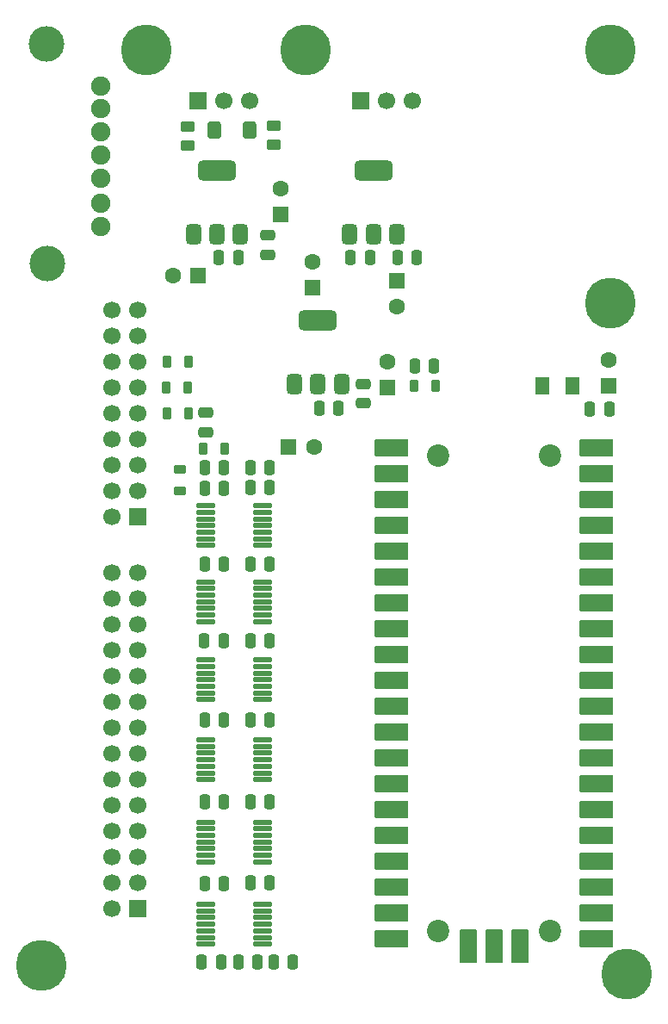
<source format=gbr>
%TF.GenerationSoftware,KiCad,Pcbnew,9.0.5*%
%TF.CreationDate,2025-10-18T12:32:36+02:00*%
%TF.ProjectId,LogicAnalyzer V6.0,4c6f6769-6341-46e6-916c-797a65722056,rev?*%
%TF.SameCoordinates,Original*%
%TF.FileFunction,Soldermask,Top*%
%TF.FilePolarity,Negative*%
%FSLAX46Y46*%
G04 Gerber Fmt 4.6, Leading zero omitted, Abs format (unit mm)*
G04 Created by KiCad (PCBNEW 9.0.5) date 2025-10-18 12:32:36*
%MOMM*%
%LPD*%
G01*
G04 APERTURE LIST*
G04 Aperture macros list*
%AMRoundRect*
0 Rectangle with rounded corners*
0 $1 Rounding radius*
0 $2 $3 $4 $5 $6 $7 $8 $9 X,Y pos of 4 corners*
0 Add a 4 corners polygon primitive as box body*
4,1,4,$2,$3,$4,$5,$6,$7,$8,$9,$2,$3,0*
0 Add four circle primitives for the rounded corners*
1,1,$1+$1,$2,$3*
1,1,$1+$1,$4,$5*
1,1,$1+$1,$6,$7*
1,1,$1+$1,$8,$9*
0 Add four rect primitives between the rounded corners*
20,1,$1+$1,$2,$3,$4,$5,0*
20,1,$1+$1,$4,$5,$6,$7,0*
20,1,$1+$1,$6,$7,$8,$9,0*
20,1,$1+$1,$8,$9,$2,$3,0*%
G04 Aperture macros list end*
%ADD10RoundRect,0.375000X0.375000X-0.625000X0.375000X0.625000X-0.375000X0.625000X-0.375000X-0.625000X0*%
%ADD11RoundRect,0.500000X1.400000X-0.500000X1.400000X0.500000X-1.400000X0.500000X-1.400000X-0.500000X0*%
%ADD12RoundRect,0.051000X-0.850000X0.200000X-0.850000X-0.200000X0.850000X-0.200000X0.850000X0.200000X0*%
%ADD13RoundRect,0.250001X0.462499X0.624999X-0.462499X0.624999X-0.462499X-0.624999X0.462499X-0.624999X0*%
%ADD14RoundRect,0.250000X-0.250000X-0.475000X0.250000X-0.475000X0.250000X0.475000X-0.250000X0.475000X0*%
%ADD15RoundRect,0.250000X0.250000X0.475000X-0.250000X0.475000X-0.250000X-0.475000X0.250000X-0.475000X0*%
%ADD16RoundRect,0.218750X0.218750X0.381250X-0.218750X0.381250X-0.218750X-0.381250X0.218750X-0.381250X0*%
%ADD17C,1.900000*%
%ADD18C,3.500000*%
%ADD19RoundRect,0.250000X-0.450000X0.262500X-0.450000X-0.262500X0.450000X-0.262500X0.450000X0.262500X0*%
%ADD20RoundRect,0.051000X-1.600000X0.800000X-1.600000X-0.800000X1.600000X-0.800000X1.600000X0.800000X0*%
%ADD21RoundRect,0.051000X-0.800000X-1.600000X0.800000X-1.600000X0.800000X1.600000X-0.800000X1.600000X0*%
%ADD22C,0.800000*%
%ADD23C,5.000000*%
%ADD24C,2.200000*%
%ADD25RoundRect,0.250000X0.550000X-0.550000X0.550000X0.550000X-0.550000X0.550000X-0.550000X-0.550000X0*%
%ADD26C,1.600000*%
%ADD27R,1.700000X1.700000*%
%ADD28C,1.700000*%
%ADD29RoundRect,0.250000X-0.550000X0.550000X-0.550000X-0.550000X0.550000X-0.550000X0.550000X0.550000X0*%
%ADD30RoundRect,0.250000X-0.400000X-0.600000X0.400000X-0.600000X0.400000X0.600000X-0.400000X0.600000X0*%
%ADD31RoundRect,0.218750X0.381250X-0.218750X0.381250X0.218750X-0.381250X0.218750X-0.381250X-0.218750X0*%
%ADD32RoundRect,0.250000X0.475000X-0.250000X0.475000X0.250000X-0.475000X0.250000X-0.475000X-0.250000X0*%
%ADD33RoundRect,0.250000X-0.475000X0.250000X-0.475000X-0.250000X0.475000X-0.250000X0.475000X0.250000X0*%
%ADD34RoundRect,0.250000X0.450000X-0.262500X0.450000X0.262500X-0.450000X0.262500X-0.450000X-0.262500X0*%
%ADD35RoundRect,0.250000X0.550000X0.550000X-0.550000X0.550000X-0.550000X-0.550000X0.550000X-0.550000X0*%
%ADD36RoundRect,0.250000X-0.550000X-0.550000X0.550000X-0.550000X0.550000X0.550000X-0.550000X0.550000X0*%
G04 APERTURE END LIST*
D10*
%TO.C,U13*%
X130917500Y-82870000D03*
X133217500Y-82870000D03*
D11*
X133217500Y-76570000D03*
D10*
X135517500Y-82870000D03*
%TD*%
D12*
%TO.C,U5*%
X122200000Y-117847500D03*
X122200000Y-118497500D03*
X122200000Y-119147500D03*
X122200000Y-119797500D03*
X122200000Y-120447500D03*
X122200000Y-121097500D03*
X122200000Y-121747500D03*
X127800000Y-121747500D03*
X127800000Y-121097500D03*
X127800000Y-120447500D03*
X127800000Y-119797500D03*
X127800000Y-119147500D03*
X127800000Y-118497500D03*
X127800000Y-117847500D03*
%TD*%
D13*
%TO.C,F1*%
X158257500Y-83070000D03*
X155282500Y-83070000D03*
%TD*%
D14*
%TO.C,C2*%
X122040000Y-108140000D03*
X123940000Y-108140000D03*
%TD*%
D15*
%TO.C,C17*%
X144630000Y-81080000D03*
X142730000Y-81080000D03*
%TD*%
D16*
%TO.C,FB3*%
X120462500Y-80680000D03*
X118337500Y-80680000D03*
%TD*%
D15*
%TO.C,C27*%
X130760000Y-139670000D03*
X128860000Y-139670000D03*
%TD*%
%TO.C,C15*%
X142940000Y-70420000D03*
X141040000Y-70420000D03*
%TD*%
D17*
%TO.C,SW1*%
X111830000Y-67350000D03*
X111830000Y-65050000D03*
X111830000Y-62650000D03*
X111830000Y-60350000D03*
X111830000Y-58050000D03*
X111830000Y-55750000D03*
X111830000Y-53550000D03*
D18*
X106630000Y-71050000D03*
X106530000Y-49450000D03*
%TD*%
D10*
%TO.C,U11*%
X120970000Y-68150000D03*
X123270000Y-68150000D03*
D11*
X123270000Y-61850000D03*
D10*
X125570000Y-68150000D03*
%TD*%
D19*
%TO.C,R2*%
X128890000Y-57497500D03*
X128890000Y-59322500D03*
%TD*%
D20*
%TO.C,U7*%
X140425000Y-89133000D03*
X140425000Y-91673000D03*
X140425000Y-94213000D03*
X140425000Y-96753000D03*
X140425000Y-99293000D03*
X140425000Y-101833000D03*
X140425000Y-104373000D03*
X140425000Y-106913000D03*
X140425000Y-109453000D03*
X140425000Y-111993000D03*
X140425000Y-114533000D03*
X140425000Y-117073000D03*
X140425000Y-119613000D03*
X140425000Y-122153000D03*
X140425000Y-124693000D03*
X140425000Y-127233000D03*
X140425000Y-129773000D03*
X140425000Y-132313000D03*
X140425000Y-134853000D03*
X140425000Y-137393000D03*
X160600000Y-137393000D03*
X160600000Y-134853000D03*
X160600000Y-132313000D03*
X160600000Y-129773000D03*
X160600000Y-127233000D03*
X160600000Y-124693000D03*
X160600000Y-122153000D03*
X160600000Y-119613000D03*
X160600000Y-117073000D03*
X160600000Y-114533000D03*
X160600000Y-111993000D03*
X160600000Y-109453000D03*
X160600000Y-106913000D03*
X160600000Y-104373000D03*
X160600000Y-101833000D03*
X160600000Y-99293000D03*
X160600000Y-96753000D03*
X160600000Y-94213000D03*
X160600000Y-91673000D03*
X160600000Y-89133000D03*
D21*
X147973000Y-138193000D03*
X150513000Y-138193000D03*
X153053000Y-138193000D03*
%TD*%
D22*
%TO.C,H3*%
X160125000Y-50000000D03*
X160674175Y-48674175D03*
X160674175Y-51325825D03*
X162000000Y-48125000D03*
D23*
X162000000Y-50000000D03*
D22*
X162000000Y-51875000D03*
X163325825Y-48674175D03*
X163325825Y-51325825D03*
X163875000Y-50000000D03*
%TD*%
D24*
%TO.C,H9*%
X156020000Y-89920000D03*
%TD*%
D15*
%TO.C,C7*%
X127250000Y-139670000D03*
X125350000Y-139670000D03*
%TD*%
%TO.C,C8*%
X128450000Y-131850000D03*
X126550000Y-131850000D03*
%TD*%
D25*
%TO.C,C30*%
X161780000Y-82998856D03*
D26*
X161780000Y-80498856D03*
%TD*%
D27*
%TO.C,J1*%
X121380000Y-55000000D03*
D28*
X123920000Y-55000000D03*
X126460000Y-55000000D03*
%TD*%
D14*
%TO.C,C6*%
X122050000Y-123940000D03*
X123950000Y-123940000D03*
%TD*%
%TO.C,C3*%
X122050000Y-115890000D03*
X123950000Y-115890000D03*
%TD*%
%TO.C,C1*%
X122050000Y-100580000D03*
X123950000Y-100580000D03*
%TD*%
D15*
%TO.C,C18*%
X135250000Y-85230000D03*
X133350000Y-85230000D03*
%TD*%
D14*
%TO.C,C16*%
X136410000Y-70460000D03*
X138310000Y-70460000D03*
%TD*%
D27*
%TO.C,J5*%
X115500000Y-134435000D03*
D28*
X112960000Y-134435000D03*
X115500000Y-131895000D03*
X112960000Y-131895000D03*
X115500000Y-129355000D03*
X112960000Y-129355000D03*
X115500000Y-126815000D03*
X112960000Y-126815000D03*
X115500000Y-124275000D03*
X112960000Y-124275000D03*
X115500000Y-121735000D03*
X112960000Y-121735000D03*
X115500000Y-119195000D03*
X112960000Y-119195000D03*
X115500000Y-116655000D03*
X112960000Y-116655000D03*
X115500000Y-114115000D03*
X112960000Y-114115000D03*
X115500000Y-111575000D03*
X112960000Y-111575000D03*
X115500000Y-109035000D03*
X112960000Y-109035000D03*
X115500000Y-106495000D03*
X112960000Y-106495000D03*
X115500000Y-103955000D03*
X112960000Y-103955000D03*
X115500000Y-101415000D03*
X112960000Y-101415000D03*
%TD*%
D12*
%TO.C,U1*%
X122200000Y-94837500D03*
X122200000Y-95487500D03*
X122200000Y-96137500D03*
X122200000Y-96787500D03*
X122200000Y-97437500D03*
X122200000Y-98087500D03*
X122200000Y-98737500D03*
X127800000Y-98737500D03*
X127800000Y-98087500D03*
X127800000Y-97437500D03*
X127800000Y-96787500D03*
X127800000Y-96137500D03*
X127800000Y-95487500D03*
X127800000Y-94837500D03*
%TD*%
D29*
%TO.C,C24*%
X140960000Y-72731144D03*
D26*
X140960000Y-75231144D03*
%TD*%
D27*
%TO.C,J3*%
X137380000Y-55000000D03*
D28*
X139920000Y-55000000D03*
X142460000Y-55000000D03*
%TD*%
D25*
%TO.C,C21*%
X132640000Y-73358856D03*
D26*
X132640000Y-70858856D03*
%TD*%
D30*
%TO.C,D1*%
X123030000Y-57860000D03*
X126530000Y-57860000D03*
%TD*%
D12*
%TO.C,U3*%
X122200000Y-125939000D03*
X122200000Y-126589000D03*
X122200000Y-127239000D03*
X122200000Y-127889000D03*
X122200000Y-128539000D03*
X122200000Y-129189000D03*
X122200000Y-129839000D03*
X127800000Y-129839000D03*
X127800000Y-129189000D03*
X127800000Y-128539000D03*
X127800000Y-127889000D03*
X127800000Y-127239000D03*
X127800000Y-126589000D03*
X127800000Y-125939000D03*
%TD*%
D24*
%TO.C,H7*%
X156010000Y-136620000D03*
%TD*%
D22*
%TO.C,H2*%
X130075000Y-50000000D03*
X130624175Y-48674175D03*
X130624175Y-51325825D03*
X131950000Y-48125000D03*
D23*
X131950000Y-50000000D03*
D22*
X131950000Y-51875000D03*
X133275825Y-48674175D03*
X133275825Y-51325825D03*
X133825000Y-50000000D03*
%TD*%
D15*
%TO.C,C11*%
X128450000Y-123900000D03*
X126550000Y-123900000D03*
%TD*%
D31*
%TO.C,FB5*%
X119630000Y-93382500D03*
X119630000Y-91257500D03*
%TD*%
D16*
%TO.C,FB1*%
X120462500Y-85780000D03*
X118337500Y-85780000D03*
%TD*%
D12*
%TO.C,U6*%
X122200000Y-109977500D03*
X122200000Y-110627500D03*
X122200000Y-111277500D03*
X122200000Y-111927500D03*
X122200000Y-112577500D03*
X122200000Y-113227500D03*
X122200000Y-113877500D03*
X127800000Y-113877500D03*
X127800000Y-113227500D03*
X127800000Y-112577500D03*
X127800000Y-111927500D03*
X127800000Y-111277500D03*
X127800000Y-110627500D03*
X127800000Y-109977500D03*
%TD*%
D24*
%TO.C,H10*%
X144990000Y-89920000D03*
%TD*%
D22*
%TO.C,H4*%
X160125000Y-74870000D03*
X160674175Y-73544175D03*
X160674175Y-76195825D03*
X162000000Y-72995000D03*
D23*
X162000000Y-74870000D03*
D22*
X162000000Y-76745000D03*
X163325825Y-73544175D03*
X163325825Y-76195825D03*
X163875000Y-74870000D03*
%TD*%
D15*
%TO.C,C37*%
X123950000Y-91120000D03*
X122050000Y-91120000D03*
%TD*%
D25*
%TO.C,C19*%
X140050000Y-83208856D03*
D26*
X140050000Y-80708856D03*
%TD*%
D15*
%TO.C,C38*%
X123670000Y-139700000D03*
X121770000Y-139700000D03*
%TD*%
D32*
%TO.C,C26*%
X122130000Y-87600000D03*
X122130000Y-85700000D03*
%TD*%
D16*
%TO.C,FB4*%
X144792500Y-83000000D03*
X142667500Y-83000000D03*
%TD*%
D14*
%TO.C,C28*%
X126550000Y-91050000D03*
X128450000Y-91050000D03*
%TD*%
D15*
%TO.C,C31*%
X123950000Y-93140000D03*
X122050000Y-93140000D03*
%TD*%
D16*
%TO.C,FB6*%
X124032500Y-89210000D03*
X121907500Y-89210000D03*
%TD*%
D15*
%TO.C,C14*%
X125370000Y-70430000D03*
X123470000Y-70430000D03*
%TD*%
D14*
%TO.C,C29*%
X159940000Y-85290000D03*
X161840000Y-85290000D03*
%TD*%
D15*
%TO.C,C12*%
X128450000Y-115890000D03*
X126550000Y-115890000D03*
%TD*%
D33*
%TO.C,C13*%
X128240000Y-68240000D03*
X128240000Y-70140000D03*
%TD*%
D12*
%TO.C,U2*%
X122200000Y-134019000D03*
X122200000Y-134669000D03*
X122200000Y-135319000D03*
X122200000Y-135969000D03*
X122200000Y-136619000D03*
X122200000Y-137269000D03*
X122200000Y-137919000D03*
X127800000Y-137919000D03*
X127800000Y-137269000D03*
X127800000Y-136619000D03*
X127800000Y-135969000D03*
X127800000Y-135319000D03*
X127800000Y-134669000D03*
X127800000Y-134019000D03*
%TD*%
D22*
%TO.C,H5*%
X161715000Y-140880000D03*
X162264175Y-139554175D03*
X162264175Y-142205825D03*
X163590000Y-139005000D03*
D23*
X163590000Y-140880000D03*
D22*
X163590000Y-142755000D03*
X164915825Y-139554175D03*
X164915825Y-142205825D03*
X165465000Y-140880000D03*
%TD*%
D34*
%TO.C,R1*%
X120410000Y-59382500D03*
X120410000Y-57557500D03*
%TD*%
D10*
%TO.C,U12*%
X136350000Y-68150000D03*
X138650000Y-68150000D03*
D11*
X138650000Y-61850000D03*
D10*
X140950000Y-68150000D03*
%TD*%
D16*
%TO.C,FB2*%
X120432500Y-83250000D03*
X118307500Y-83250000D03*
%TD*%
D22*
%TO.C,H6*%
X104125000Y-140000000D03*
X104674175Y-138674175D03*
X104674175Y-141325825D03*
X106000000Y-138125000D03*
D23*
X106000000Y-140000000D03*
D22*
X106000000Y-141875000D03*
X107325825Y-138674175D03*
X107325825Y-141325825D03*
X107875000Y-140000000D03*
%TD*%
D33*
%TO.C,C5*%
X137700000Y-82850000D03*
X137700000Y-84750000D03*
%TD*%
D14*
%TO.C,C4*%
X122050000Y-131960000D03*
X123950000Y-131960000D03*
%TD*%
D15*
%TO.C,C10*%
X128450000Y-108120000D03*
X126550000Y-108120000D03*
%TD*%
D27*
%TO.C,J4*%
X115500000Y-95920000D03*
D28*
X112960000Y-95920000D03*
X115500000Y-93380000D03*
X112960000Y-93380000D03*
X115500000Y-90840000D03*
X112960000Y-90840000D03*
X115500000Y-88300000D03*
X112960000Y-88300000D03*
X115500000Y-85760000D03*
X112960000Y-85760000D03*
X115500000Y-83220000D03*
X112960000Y-83220000D03*
X115500000Y-80680000D03*
X112960000Y-80680000D03*
X115500000Y-78140000D03*
X112960000Y-78140000D03*
X115500000Y-75600000D03*
X112960000Y-75600000D03*
%TD*%
D24*
%TO.C,H8*%
X145000000Y-136610000D03*
%TD*%
D15*
%TO.C,C25*%
X128450000Y-93070000D03*
X126550000Y-93070000D03*
%TD*%
%TO.C,C9*%
X128450000Y-100590000D03*
X126550000Y-100590000D03*
%TD*%
D25*
%TO.C,C22*%
X129520000Y-66148856D03*
D26*
X129520000Y-63648856D03*
%TD*%
D12*
%TO.C,U4*%
X122200000Y-102317500D03*
X122200000Y-102967500D03*
X122200000Y-103617500D03*
X122200000Y-104267500D03*
X122200000Y-104917500D03*
X122200000Y-105567500D03*
X122200000Y-106217500D03*
X127800000Y-106217500D03*
X127800000Y-105567500D03*
X127800000Y-104917500D03*
X127800000Y-104267500D03*
X127800000Y-103617500D03*
X127800000Y-102967500D03*
X127800000Y-102317500D03*
%TD*%
D22*
%TO.C,H1*%
X114425000Y-50000000D03*
X114974175Y-48674175D03*
X114974175Y-51325825D03*
X116300000Y-48125000D03*
D23*
X116300000Y-50000000D03*
D22*
X116300000Y-51875000D03*
X117625825Y-48674175D03*
X117625825Y-51325825D03*
X118175000Y-50000000D03*
%TD*%
D35*
%TO.C,C23*%
X121450000Y-72180000D03*
D26*
X118950000Y-72180000D03*
%TD*%
D36*
%TO.C,C20*%
X130331144Y-89090000D03*
D26*
X132831144Y-89090000D03*
%TD*%
M02*

</source>
